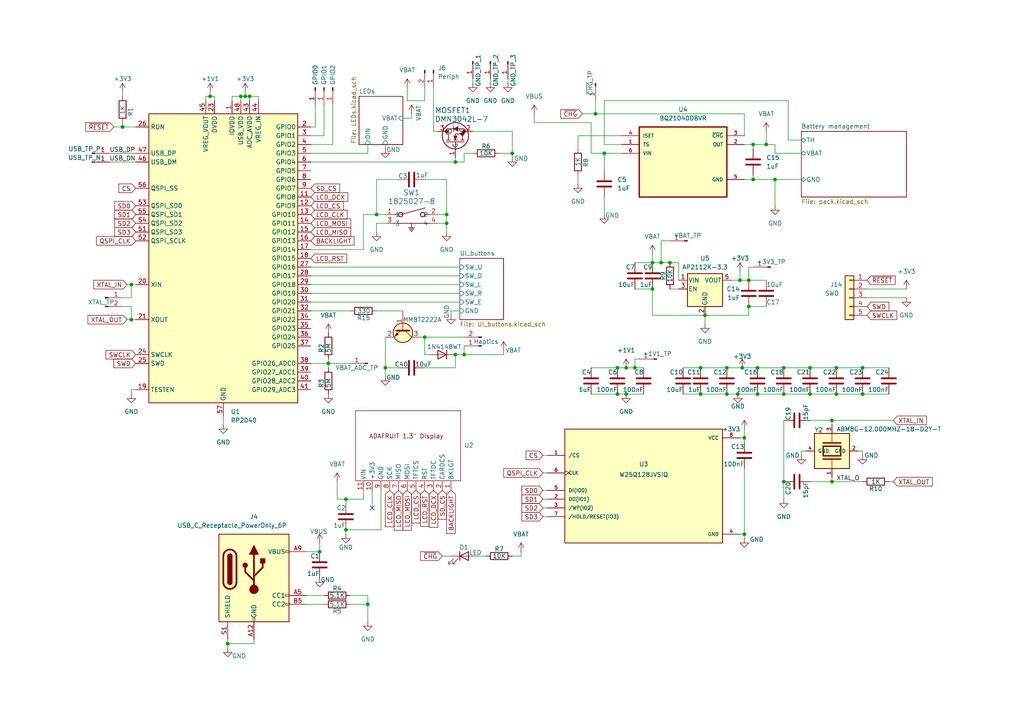
<source format=kicad_sch>
(kicad_sch (version 20250114) (generator "eeschema") (generator_version "9.0")
  (paper "A4")
  (junction (at 204.47 91.44))
  (junction (at 218.44 52.07))
  (junction (at 38.1 92.71))
  (junction (at 123.19 97.79))
  (junction (at 72.39 27.94))
  (junction (at 227.33 106.68))
  (junction (at 179.07 114.3))
  (junction (at 181.61 106.68))
  (junction (at 227.33 139.7))
  (junction (at 215.9 127))
  (junction (at 100.33 144.78))
  (junction (at 250.19 106.68))
  (junction (at 132.08 102.87))
  (junction (at 92.71 160.02))
  (junction (at 217.17 88.9))
  (junction (at 69.85 27.94))
  (junction (at 213.995 114.3))
  (junction (at 222.25 41.91))
  (junction (at 234.95 106.68))
  (junction (at 100.33 153.67))
  (junction (at 111.76 106.68))
  (junction (at 191.77 76.2))
  (junction (at 215.265 106.68))
  (junction (at 172.72 33.02))
  (junction (at 134.62 102.87))
  (junction (at 210.82 106.68))
  (junction (at 241.3 121.92))
  (junction (at 241.3 139.7))
  (junction (at 95.25 105.41))
  (junction (at 219.71 106.68))
  (junction (at 218.44 41.91))
  (junction (at 129.54 64.77))
  (junction (at 175.26 44.45))
  (junction (at 194.31 76.2))
  (junction (at 189.23 76.2))
  (junction (at 210.82 114.3))
  (junction (at 66.04 186.69))
  (junction (at 242.57 114.3))
  (junction (at 184.15 106.68))
  (junction (at 242.57 106.68))
  (junction (at 132.08 46.99))
  (junction (at 181.61 114.3))
  (junction (at 60.96 27.94))
  (junction (at 219.71 114.3))
  (junction (at 234.95 114.3))
  (junction (at 203.2 114.3))
  (junction (at 148.59 44.45))
  (junction (at 250.19 114.3))
  (junction (at 106.68 175.26))
  (junction (at 71.12 27.94))
  (junction (at 224.79 52.07))
  (junction (at 189.23 83.82))
  (junction (at 214.63 81.28))
  (junction (at 129.54 62.23))
  (junction (at 38.1 82.55))
  (junction (at 217.17 81.28))
  (junction (at 203.2 106.68))
  (junction (at 179.07 106.68))
  (junction (at 35.56 36.83))
  (junction (at 109.22 62.23))
  (junction (at 227.33 114.3))
  (junction (at 215.9 154.94))
  (no_connect (at 107.95 147.32))
  (wire (pts (xy 115.57 106.68) (xy 111.76 106.68)))
  (wire (pts (xy 123.19 52.07) (xy 129.54 52.07)))
  (wire (pts (xy 154.94 35.56) (xy 171.45 35.56)))
  (wire (pts (xy 210.82 106.68) (xy 215.265 106.68)))
  (wire (pts (xy 93.98 39.37) (xy 93.98 30.48)))
  (wire (pts (xy 181.61 114.3) (xy 186.69 114.3)))
  (wire (pts (xy 157.48 137.16) (xy 158.75 137.16)))
  (wire (pts (xy 91.44 36.83) (xy 90.17 36.83)))
  (wire (pts (xy 59.69 27.94) (xy 60.96 27.94)))
  (wire (pts (xy 234.95 139.7) (xy 241.3 139.7)))
  (wire (pts (xy 215.9 39.37) (xy 215.9 33.02)))
  (wire (pts (xy 91.44 30.48) (xy 91.44 36.83)))
  (wire (pts (xy 171.45 114.3) (xy 179.07 114.3)))
  (wire (pts (xy 64.77 120.65) (xy 64.77 123.19)))
  (wire (pts (xy 219.71 106.68) (xy 227.33 106.68)))
  (wire (pts (xy 242.57 114.3) (xy 250.19 114.3)))
  (wire (pts (xy 189.23 76.2) (xy 191.77 76.2)))
  (wire (pts (xy 109.22 62.23) (xy 111.76 62.23)))
  (wire (pts (xy 250.19 106.68) (xy 257.81 106.68)))
  (wire (pts (xy 35.56 26.67) (xy 35.56 27.94)))
  (wire (pts (xy 191.77 69.85) (xy 191.77 76.2)))
  (wire (pts (xy 38.1 88.9) (xy 38.1 92.71)))
  (wire (pts (xy 123.19 102.87) (xy 124.46 102.87)))
  (wire (pts (xy 67.31 29.21) (xy 67.31 27.94)))
  (wire (pts (xy 151.13 160.02) (xy 151.13 161.29)))
  (wire (pts (xy 129.54 62.23) (xy 129.54 64.77)))
  (wire (pts (xy 69.85 27.94) (xy 69.85 29.21)))
  (wire (pts (xy 227.33 114.3) (xy 234.95 114.3)))
  (wire (pts (xy 241.3 139.7) (xy 250.19 139.7)))
  (wire (pts (xy 90.17 39.37) (xy 93.98 39.37)))
  (wire (pts (xy 90.17 72.39) (xy 105.41 72.39)))
  (wire (pts (xy 175.26 57.15) (xy 175.26 62.23)))
  (wire (pts (xy 175.26 29.21) (xy 175.26 41.91)))
  (wire (pts (xy 219.71 114.3) (xy 227.33 114.3)))
  (wire (pts (xy 38.1 86.36) (xy 35.56 86.36)))
  (wire (pts (xy 97.79 144.78) (xy 97.79 139.7)))
  (wire (pts (xy 100.33 144.78) (xy 105.41 144.78)))
  (wire (pts (xy 132.08 46.99) (xy 134.62 46.99)))
  (wire (pts (xy 218.44 50.8) (xy 218.44 52.07)))
  (wire (pts (xy 142.24 22.86) (xy 142.24 24.13)))
  (wire (pts (xy 241.3 121.92) (xy 259.08 121.92)))
  (wire (pts (xy 167.64 39.37) (xy 180.34 39.37)))
  (wire (pts (xy 215.9 135.89) (xy 215.9 154.94)))
  (wire (pts (xy 184.15 76.2) (xy 189.23 76.2)))
  (wire (pts (xy 144.78 44.45) (xy 148.59 44.45)))
  (wire (pts (xy 227.33 106.68) (xy 234.95 106.68)))
  (wire (pts (xy 130.81 90.17) (xy 133.35 90.17)))
  (wire (pts (xy 214.63 81.28) (xy 214.63 78.74)))
  (wire (pts (xy 111.76 106.68) (xy 111.76 109.22)))
  (wire (pts (xy 157.48 144.78) (xy 158.75 144.78)))
  (wire (pts (xy 137.16 38.1) (xy 148.59 38.1)))
  (wire (pts (xy 172.72 33.02) (xy 215.9 33.02)))
  (wire (pts (xy 36.83 82.55) (xy 38.1 82.55)))
  (wire (pts (xy 185.42 104.14) (xy 184.15 104.14)))
  (wire (pts (xy 111.76 41.91) (xy 111.76 43.18)))
  (wire (pts (xy 88.9 172.72) (xy 93.98 172.72)))
  (wire (pts (xy 90.17 87.63) (xy 133.35 87.63)))
  (wire (pts (xy 168.91 33.02) (xy 172.72 33.02)))
  (wire (pts (xy 127 62.23) (xy 129.54 62.23)))
  (wire (pts (xy 100.33 144.78) (xy 100.33 146.05)))
  (wire (pts (xy 228.6 29.21) (xy 175.26 29.21)))
  (wire (pts (xy 72.39 27.94) (xy 71.12 27.94)))
  (wire (pts (xy 184.15 83.82) (xy 189.23 83.82)))
  (wire (pts (xy 218.44 41.91) (xy 218.44 43.18)))
  (wire (pts (xy 106.68 175.26) (xy 106.68 180.34)))
  (wire (pts (xy 175.26 44.45) (xy 171.45 44.45)))
  (wire (pts (xy 157.48 147.32) (xy 158.75 147.32)))
  (wire (pts (xy 60.96 27.94) (xy 62.23 27.94)))
  (wire (pts (xy 100.33 153.67) (xy 100.33 154.94)))
  (wire (pts (xy 116.84 34.29) (xy 119.38 34.29)))
  (wire (pts (xy 218.44 41.91) (xy 222.25 41.91)))
  (wire (pts (xy 189.23 83.82) (xy 189.23 91.44)))
  (wire (pts (xy 138.43 161.29) (xy 140.97 161.29)))
  (wire (pts (xy 203.2 106.68) (xy 210.82 106.68)))
  (wire (pts (xy 146.05 101.6) (xy 146.05 102.87)))
  (wire (pts (xy 217.17 88.9) (xy 222.25 88.9)))
  (wire (pts (xy 132.08 102.87) (xy 132.08 106.68)))
  (wire (pts (xy 97.79 144.78) (xy 100.33 144.78)))
  (wire (pts (xy 215.9 154.94) (xy 215.9 156.21)))
  (wire (pts (xy 88.9 160.02) (xy 92.71 160.02)))
  (wire (pts (xy 224.79 44.45) (xy 232.41 44.45)))
  (wire (pts (xy 203.2 114.3) (xy 210.82 114.3)))
  (wire (pts (xy 134.62 100.33) (xy 134.62 102.87)))
  (wire (pts (xy 123.19 25.4) (xy 123.19 29.21)))
  (wire (pts (xy 125.73 25.4) (xy 125.73 38.1)))
  (wire (pts (xy 234.95 106.68) (xy 242.57 106.68)))
  (wire (pts (xy 257.81 139.7) (xy 259.08 139.7)))
  (wire (pts (xy 111.76 64.77) (xy 109.22 64.77)))
  (wire (pts (xy 95.25 105.41) (xy 101.6 105.41)))
  (wire (pts (xy 198.12 114.3) (xy 203.2 114.3)))
  (wire (pts (xy 228.6 40.64) (xy 228.6 29.21)))
  (wire (pts (xy 204.47 91.44) (xy 204.47 93.98)))
  (wire (pts (xy 217.17 77.47) (xy 217.17 81.28)))
  (wire (pts (xy 125.73 38.1) (xy 127 38.1)))
  (wire (pts (xy 123.19 106.68) (xy 132.08 106.68)))
  (wire (pts (xy 234.95 121.92) (xy 241.3 121.92)))
  (wire (pts (xy 123.19 29.21) (xy 118.11 29.21)))
  (wire (pts (xy 35.56 36.83) (xy 39.37 36.83)))
  (wire (pts (xy 31.75 44.45) (xy 39.37 44.45)))
  (wire (pts (xy 105.41 142.24) (xy 105.41 144.78)))
  (wire (pts (xy 241.3 121.92) (xy 241.3 123.19)))
  (wire (pts (xy 148.59 44.45) (xy 148.59 45.72)))
  (wire (pts (xy 167.64 39.37) (xy 167.64 43.18)))
  (wire (pts (xy 194.31 69.85) (xy 191.77 69.85)))
  (wire (pts (xy 123.19 97.79) (xy 121.92 97.79)))
  (wire (pts (xy 130.81 90.17) (xy 130.81 91.44)))
  (wire (pts (xy 175.26 44.45) (xy 175.26 49.53)))
  (wire (pts (xy 134.62 44.45) (xy 137.16 44.45)))
  (wire (pts (xy 73.66 185.42) (xy 73.66 186.69)))
  (wire (pts (xy 95.25 105.41) (xy 95.25 106.68)))
  (wire (pts (xy 189.23 73.66) (xy 189.23 76.2)))
  (wire (pts (xy 167.64 50.8) (xy 167.64 53.34)))
  (wire (pts (xy 36.83 92.71) (xy 38.1 92.71)))
  (wire (pts (xy 38.1 82.55) (xy 38.1 86.36)))
  (wire (pts (xy 38.1 92.71) (xy 39.37 92.71)))
  (wire (pts (xy 184.15 104.14) (xy 184.15 106.68)))
  (wire (pts (xy 214.63 81.28) (xy 217.17 81.28)))
  (wire (pts (xy 90.17 41.91) (xy 96.52 41.91)))
  (wire (pts (xy 118.11 29.21) (xy 118.11 25.4)))
  (wire (pts (xy 189.23 91.44) (xy 204.47 91.44)))
  (wire (pts (xy 262.89 86.36) (xy 251.46 86.36)))
  (wire (pts (xy 35.56 35.56) (xy 35.56 36.83)))
  (wire (pts (xy 172.72 29.21) (xy 172.72 33.02)))
  (wire (pts (xy 184.15 106.68) (xy 186.69 106.68)))
  (wire (pts (xy 180.34 44.45) (xy 175.26 44.45)))
  (wire (pts (xy 196.85 76.2) (xy 194.31 76.2)))
  (wire (pts (xy 217.17 88.9) (xy 217.17 91.44)))
  (wire (pts (xy 110.49 142.24) (xy 110.49 153.67)))
  (wire (pts (xy 129.54 64.77) (xy 129.54 67.31)))
  (wire (pts (xy 106.68 172.72) (xy 106.68 175.26)))
  (wire (pts (xy 218.44 52.07) (xy 224.79 52.07)))
  (wire (pts (xy 227.33 139.7) (xy 227.33 144.78)))
  (wire (pts (xy 222.25 38.1) (xy 222.25 41.91)))
  (wire (pts (xy 215.9 127) (xy 215.9 128.27)))
  (wire (pts (xy 123.19 97.79) (xy 123.19 102.87)))
  (wire (pts (xy 71.12 27.94) (xy 71.12 26.67)))
  (wire (pts (xy 154.94 35.56) (xy 154.94 33.02)))
  (wire (pts (xy 90.17 46.99) (xy 132.08 46.99)))
  (wire (pts (xy 106.68 44.45) (xy 90.17 44.45)))
  (wire (pts (xy 251.46 83.82) (xy 262.89 83.82)))
  (wire (pts (xy 39.37 113.03) (xy 38.1 113.03)))
  (wire (pts (xy 109.22 62.23) (xy 105.41 62.23)))
  (wire (pts (xy 248.92 130.81) (xy 250.19 130.81)))
  (wire (pts (xy 196.85 81.28) (xy 196.85 76.2)))
  (wire (pts (xy 90.17 85.09) (xy 133.35 85.09)))
  (wire (pts (xy 95.25 104.14) (xy 95.25 105.41)))
  (wire (pts (xy 72.39 27.94) (xy 72.39 29.21)))
  (wire (pts (xy 111.76 97.79) (xy 111.76 106.68)))
  (wire (pts (xy 59.69 29.21) (xy 59.69 27.94)))
  (wire (pts (xy 109.22 90.17) (xy 116.84 90.17)))
  (wire (pts (xy 107.95 142.24) (xy 107.95 147.32)))
  (wire (pts (xy 212.09 81.28) (xy 214.63 81.28)))
  (wire (pts (xy 101.6 175.26) (xy 106.68 175.26)))
  (wire (pts (xy 250.19 114.3) (xy 257.81 114.3)))
  (wire (pts (xy 232.41 40.64) (xy 228.6 40.64)))
  (wire (pts (xy 110.49 153.67) (xy 100.33 153.67)))
  (wire (pts (xy 224.79 52.07) (xy 224.79 59.69)))
  (wire (pts (xy 234.95 114.3) (xy 242.57 114.3)))
  (wire (pts (xy 217.17 81.28) (xy 222.25 81.28)))
  (wire (pts (xy 179.07 106.68) (xy 181.61 106.68)))
  (wire (pts (xy 109.22 52.07) (xy 109.22 62.23)))
  (wire (pts (xy 210.82 114.3) (xy 213.995 114.3)))
  (wire (pts (xy 90.17 105.41) (xy 95.25 105.41)))
  (wire (pts (xy 101.6 172.72) (xy 106.68 172.72)))
  (wire (pts (xy 215.9 52.07) (xy 218.44 52.07)))
  (wire (pts (xy 233.68 130.81) (xy 232.41 130.81)))
  (wire (pts (xy 134.62 97.79) (xy 123.19 97.79)))
  (wire (pts (xy 115.57 52.07) (xy 109.22 52.07)))
  (wire (pts (xy 181.61 106.68) (xy 184.15 106.68)))
  (wire (pts (xy 242.57 106.68) (xy 250.19 106.68)))
  (wire (pts (xy 215.265 106.68) (xy 219.71 106.68)))
  (wire (pts (xy 66.04 185.42) (xy 66.04 186.69)))
  (wire (pts (xy 215.9 124.46) (xy 215.9 127)))
  (wire (pts (xy 194.31 83.82) (xy 196.85 83.82)))
  (wire (pts (xy 35.56 88.9) (xy 38.1 88.9)))
  (wire (pts (xy 217.17 91.44) (xy 204.47 91.44)))
  (wire (pts (xy 66.04 186.69) (xy 66.04 187.96)))
  (wire (pts (xy 90.17 82.55) (xy 133.35 82.55)))
  (wire (pts (xy 129.54 52.07) (xy 129.54 62.23)))
  (wire (pts (xy 148.59 38.1) (xy 148.59 44.45)))
  (wire (pts (xy 232.41 52.07) (xy 224.79 52.07)))
  (wire (pts (xy 137.16 22.86) (xy 137.16 24.13)))
  (wire (pts (xy 232.41 130.81) (xy 232.41 132.08)))
  (wire (pts (xy 171.45 106.68) (xy 179.07 106.68)))
  (wire (pts (xy 222.25 41.91) (xy 224.79 41.91)))
  (wire (pts (xy 90.17 80.01) (xy 133.35 80.01)))
  (wire (pts (xy 96.52 41.91) (xy 96.52 30.48)))
  (wire (pts (xy 215.9 41.91) (xy 218.44 41.91)))
  (wire (pts (xy 88.9 175.26) (xy 93.98 175.26)))
  (wire (pts (xy 134.62 46.99) (xy 134.62 44.45)))
  (wire (pts (xy 146.05 102.87) (xy 134.62 102.87)))
  (wire (pts (xy 175.26 41.91) (xy 180.34 41.91)))
  (wire (pts (xy 213.995 114.3) (xy 219.71 114.3)))
  (wire (pts (xy 105.41 72.39) (xy 105.41 62.23)))
  (wire (pts (xy 74.93 27.94) (xy 72.39 27.94)))
  (wire (pts (xy 106.68 41.91) (xy 106.68 44.45)))
  (wire (pts (xy 33.02 36.83) (xy 35.56 36.83)))
  (wire (pts (xy 198.12 106.68) (xy 203.2 106.68)))
  (wire (pts (xy 250.19 130.81) (xy 250.19 132.08)))
  (wire (pts (xy 179.07 114.3) (xy 181.61 114.3)))
  (wire (pts (xy 31.75 46.99) (xy 39.37 46.99)))
  (wire (pts (xy 60.96 26.67) (xy 60.96 27.94)))
  (wire (pts (xy 38.1 113.03) (xy 38.1 114.3)))
  (wire (pts (xy 147.32 22.86) (xy 147.32 24.13)))
  (wire (pts (xy 119.38 34.29) (xy 119.38 33.02)))
  (wire (pts (xy 157.48 149.86) (xy 158.75 149.86)))
  (wire (pts (xy 127 64.77) (xy 129.54 64.77)))
  (wire (pts (xy 109.22 64.77) (xy 109.22 67.31)))
  (wire (pts (xy 92.71 160.02) (xy 92.71 157.48)))
  (wire (pts (xy 38.1 82.55) (xy 39.37 82.55)))
  (wire (pts (xy 191.77 76.2) (xy 194.31 76.2)))
  (wire (pts (xy 132.08 102.87) (xy 134.62 102.87)))
  (wire (pts (xy 241.3 138.43) (xy 241.3 139.7)))
  (wire (pts (xy 224.79 41.91) (xy 224.79 44.45)))
  (wire (pts (xy 69.85 27.94) (xy 71.12 27.94)))
  (wire (pts (xy 171.45 44.45) (xy 171.45 35.56)))
  (wire (pts (xy 157.48 142.24) (xy 158.75 142.24)))
  (wire (pts (xy 157.48 132.08) (xy 158.75 132.08)))
  (wire (pts (xy 218.44 77.47) (xy 217.17 77.47)))
  (wire (pts (xy 90.17 90.17) (xy 101.6 90.17)))
  (wire (pts (xy 130.81 161.29) (xy 128.27 161.29)))
  (wire (pts (xy 215.9 127) (xy 214.63 127)))
  (wire (pts (xy 73.66 186.69) (xy 66.04 186.69)))
  (wire (pts (xy 67.31 27.94) (xy 69.85 27.94)))
  (wire (pts (xy 74.93 29.21) (xy 74.93 27.94)))
  (wire (pts (xy 214.63 154.94) (xy 215.9 154.94)))
  (wire (pts (xy 90.17 77.47) (xy 133.35 77.47)))
  (wire (pts (xy 227.33 121.92) (xy 227.33 139.7)))
  (wire (pts (xy 62.23 27.94) (xy 62.23 29.21)))
  (wire (pts (xy 151.13 161.29) (xy 148.59 161.29)))
  (wire (pts (xy 132.08 46.99) (xy 132.08 45.72)))
  (label "USB_DN" (at 31.75 46.99 0))
  (label "XTAL_O" (at 242.57 139.7 0))
  (label "USB_DP" (at 31.75 44.45 0))
  (global_label "LCD_CS" (shape input) (at 120.65 142.24 270) (property "Intersheetrefs" "${INTERSHEET_REFS}" (effects (hide yes))))
  (global_label "LCD_DCX" (shape input) (at 90.17 57.15 0) (property "Intersheetrefs" "${INTERSHEET_REFS}" (effects (hide yes))))
  (global_label "XTAL_IN" (shape input) (at 36.83 82.55 180) (property "Intersheetrefs" "${INTERSHEET_REFS}" (effects (hide yes))))
  (global_label "QSPI_CLK" (shape input) (at 157.48 137.16 180) (property "Intersheetrefs" "${INTERSHEET_REFS}" (effects (hide yes))))
  (global_label "SD0" (shape input) (at 39.37 59.69 180) (property "Intersheetrefs" "${INTERSHEET_REFS}" (effects (hide yes))))
  (global_label "SWD" (shape input) (at 39.37 105.41 180) (property "Intersheetrefs" "${INTERSHEET_REFS}" (effects (hide yes))))
  (global_label "LCD_RST" (shape input) (at 90.17 74.93 0) (property "Intersheetrefs" "${INTERSHEET_REFS}" (effects (hide yes))))
  (global_label "QSPI_CLK" (shape input) (at 39.37 69.85 180) (property "Intersheetrefs" "${INTERSHEET_REFS}" (effects (hide yes))))
  (global_label "SD1" (shape input) (at 157.48 144.78 180) (property "Intersheetrefs" "${INTERSHEET_REFS}" (effects (hide yes))))
  (global_label "XTAL_OUT" (shape input) (at 259.08 139.7 0) (property "Intersheetrefs" "${INTERSHEET_REFS}" (effects (hide yes))))
  (global_label "BACKLIGHT" (shape input) (at 130.81 142.24 270) (property "Intersheetrefs" "${INTERSHEET_REFS}" (effects (hide yes))))
  (global_label "BACKLIGHT" (shape input) (at 90.17 69.85 0) (property "Intersheetrefs" "${INTERSHEET_REFS}" (effects (hide yes))))
  (global_label "SWCLK" (shape input) (at 39.37 102.87 180) (property "Intersheetrefs" "${INTERSHEET_REFS}" (effects (hide yes))))
  (global_label "LCD_MISO" (shape input) (at 115.57 142.24 270) (property "Intersheetrefs" "${INTERSHEET_REFS}" (effects (hide yes))))
  (global_label "~{RESET}" (shape input) (at 251.46 81.28 0) (property "Intersheetrefs" "${INTERSHEET_REFS}" (effects (hide yes))))
  (global_label "SD3" (shape input) (at 39.37 67.31 180) (property "Intersheetrefs" "${INTERSHEET_REFS}" (effects (hide yes))))
  (global_label "SD2" (shape input) (at 157.48 147.32 180) (property "Intersheetrefs" "${INTERSHEET_REFS}" (effects (hide yes))))
  (global_label "LCD_CLK" (shape input) (at 113.03 142.24 270) (property "Intersheetrefs" "${INTERSHEET_REFS}" (effects (hide yes))))
  (global_label "LCD_MOSI" (shape input) (at 90.17 64.77 0) (property "Intersheetrefs" "${INTERSHEET_REFS}" (effects (hide yes))))
  (global_label "SD1" (shape input) (at 39.37 62.23 180) (property "Intersheetrefs" "${INTERSHEET_REFS}" (effects (hide yes))))
  (global_label "CS" (shape input) (at 157.48 132.08 180) (property "Intersheetrefs" "${INTERSHEET_REFS}" (effects (hide yes))))
  (global_label "SD0" (shape input) (at 157.48 142.24 180) (property "Intersheetrefs" "${INTERSHEET_REFS}" (effects (hide yes))))
  (global_label "SWCLK" (shape input) (at 251.46 91.44 0) (property "Intersheetrefs" "${INTERSHEET_REFS}" (effects (hide yes))))
  (global_label "XTAL_OUT" (shape input) (at 36.83 92.71 180) (property "Intersheetrefs" "${INTERSHEET_REFS}" (effects (hide yes))))
  (global_label "LCD_CS" (shape input) (at 90.17 59.69 0) (property "Intersheetrefs" "${INTERSHEET_REFS}" (effects (hide yes))))
  (global_label "SD_CS" (shape input) (at 90.17 54.61 0) (property "Intersheetrefs" "${INTERSHEET_REFS}" (effects (hide yes))))
  (global_label "LCD_MOSI" (shape input) (at 118.11 142.24 270) (property "Intersheetrefs" "${INTERSHEET_REFS}" (effects (hide yes))))
  (global_label "~{CHG}" (shape input) (at 128.27 161.29 180) (property "Intersheetrefs" "${INTERSHEET_REFS}" (effects (hide yes))))
  (global_label "LCD_MISO" (shape input) (at 90.17 67.31 0) (property "Intersheetrefs" "${INTERSHEET_REFS}" (effects (hide yes))))
  (global_label "~{RESET}" (shape input) (at 33.02 36.83 180) (property "Intersheetrefs" "${INTERSHEET_REFS}" (effects (hide yes))))
  (global_label "SWD" (shape input) (at 251.46 88.9 0) (property "Intersheetrefs" "${INTERSHEET_REFS}" (effects (hide yes))))
  (global_label "XTAL_IN" (shape input) (at 259.08 121.92 0) (property "Intersheetrefs" "${INTERSHEET_REFS}" (effects (hide yes))))
  (global_label "LCD_DCX" (shape input) (at 125.73 142.24 270) (property "Intersheetrefs" "${INTERSHEET_REFS}" (effects (hide yes))))
  (global_label "LCD_RST" (shape input) (at 123.19 142.24 270) (property "Intersheetrefs" "${INTERSHEET_REFS}" (effects (hide yes))))
  (global_label "CS" (shape input) (at 39.37 54.61 180) (property "Intersheetrefs" "${INTERSHEET_REFS}" (effects (hide yes))))
  (global_label "SD2" (shape input) (at 39.37 64.77 180) (property "Intersheetrefs" "${INTERSHEET_REFS}" (effects (hide yes))))
  (global_label "LCD_CLK" (shape input) (at 90.17 62.23 0) (property "Intersheetrefs" "${INTERSHEET_REFS}" (effects (hide yes))))
  (global_label "SD_CS" (shape input) (at 128.27 142.24 270) (property "Intersheetrefs" "${INTERSHEET_REFS}" (effects (hide yes))))
  (global_label "SD3" (shape input) (at 157.48 149.86 180) (property "Intersheetrefs" "${INTERSHEET_REFS}" (effects (hide yes))))
  (global_label "~{CHG}" (shape input) (at 168.91 33.02 180) (property "Intersheetrefs" "${INTERSHEET_REFS}" (effects (hide yes))))
  (symbol (lib_id "Device:C") (at 231.14 121.92 90) (unit 1)
    (property "Reference" "C19" (at 228.5999 121.92 0) (effects (justify left)))
    (property "Value" "15pF" (at 233.6799 121.92 0) (effects (justify left)))
    (property "Footprint" "Capacitor_SMD:C_0603_1608Metric" (effects (hide yes)))
    (property "Description" "Unpolarized capacitor" (effects (hide yes)))
  )
  (symbol (lib_id "Device:R") (at 97.79 172.72 90) (unit 1)
    (property "Reference" "R4" (at 97.79 170.688 90))
    (property "Value" "5.1K" (at 97.79 172.72 90))
    (property "Footprint" "Resistor_SMD:R_0603_1608Metric" (effects (hide yes)))
    (property "Description" "Resistor" (effects (hide yes)))
  )
  (symbol (lib_id "power:GND") (at 250.19 132.08 0) (unit 1)
    (property "Reference" "#PWR041" (effects (hide yes)))
    (property "Value" "GND" (at 252.73 132.08 0))
  )
  (symbol (lib_id "Regulator_Linear:AP2112K-3.3") (at 204.47 83.82 0) (unit 1)
    (property "Reference" "U5" (at 204.47 74.93 0))
    (property "Value" "AP2112K-3.3" (at 204.47 77.47 0))
    (property "Footprint" "Package_TO_SOT_SMD:SOT-23-5" (effects (hide yes)))
    (property "Datasheet" "https://www.diodes.com/assets/Datasheets/AP2112.pdf" (effects (hide yes)))
    (property "Description" "600mA low dropout linear regulator, with enable pin, 3.8V-6V input voltage range, 3.3V fixed positive output, SOT-23-5" (effects (hide yes)))
  )
  (symbol (lib_id "Connector:Conn_01x01_Pin") (at 190.5 104.14 180) (unit 1)
    (property "Reference" "J11" (effects (hide yes)))
    (property "Value" "+1V1_TP" (at 190.627 102.616 0))
    (property "Footprint" "Connector_PinHeader_2.54mm:PinHeader_1x01_P2.54mm_Vertical" (effects (hide yes)))
    (property "Description" "Generic connector, single row, 01x01, script generated" (effects (hide yes)))
  )
  (symbol (lib_id "Device:C") (at 179.07 110.49 0) (mirror y) (unit 1)
    (property "Reference" "C6" (at 179.07 107.9499 0) (effects (justify left)))
    (property "Value" "100nF" (at 179.07 113.0299 0) (effects (justify left)))
    (property "Footprint" "Capacitor_SMD:C_0603_1608Metric" (effects (hide yes)))
    (property "Description" "Unpolarized capacitor" (effects (hide yes)))
  )
  (symbol (lib_id "Device:R") (at 97.79 175.26 90) (mirror x) (unit 1)
    (property "Reference" "R5" (at 97.79 177.292 90))
    (property "Value" "5.1K" (at 97.79 175.26 90))
    (property "Footprint" "Resistor_SMD:R_0603_1608Metric" (effects (hide yes)))
    (property "Description" "Resistor" (effects (hide yes)))
  )
  (symbol (lib_id "pfornage-kicad-lib:W25Q128JVSIQ") (at 186.69 139.7 0) (unit 1)
    (property "Reference" "U3" (at 186.69 134.62 0))
    (property "Value" "W25Q128JVSIQ" (at 186.69 137.668 0))
    (property "Footprint" "pfornage-kicad-lib:SOIC127P790X216-8N" (effects (hide yes)))
    (property "PARTREV" "I" (effects (hide yes)))
    (property "STANDARD" "IPC-7351B" (effects (hide yes)))
    (property "MAXIMUM_PACKAGE_HEIGHT" "2.16 mm" (effects (hide yes)))
    (property "MANUFACTURER" "Winbond Electronics" (effects (hide yes)))
  )
  (symbol (lib_id "Device:R") (at 35.56 31.75 0) (unit 1)
    (property "Reference" "R1" (at 37.846 33.7819 90) (effects (justify left)))
    (property "Value" "1K" (at 35.56 33.2739 90) (effects (justify left)))
    (property "Footprint" "Resistor_SMD:R_0603_1608Metric" (effects (hide yes)))
    (property "Description" "Resistor" (effects (hide yes)))
  )
  (symbol (lib_id "power:VBUS") (at 222.25 38.1 0) (unit 1)
    (property "Reference" "#PWR037" (effects (hide yes)))
    (property "Value" "VBAT" (at 222.25 33.02 0))
    (property "Description" "Power symbol creates a global label with name \"VBUS\"" (effects (hide yes)))
  )
  (symbol (lib_id "power:VBUS") (at 118.11 25.4 0) (unit 1)
    (property "Reference" "#PWR017" (effects (hide yes)))
    (property "Value" "VBAT" (at 118.11 20.32 0))
    (property "Description" "Power symbol creates a global label with name \"VBUS\"" (effects (hide yes)))
  )
  (symbol (lib_id "Device:R") (at 254 139.7 270) (unit 1)
    (property "Reference" "R10" (at 254 141.732 90))
    (property "Value" "1K" (at 254 139.7 90))
    (property "Footprint" "Resistor_SMD:R_0603_1608Metric" (effects (hide yes)))
    (property "Description" "Resistor" (effects (hide yes)))
  )
  (symbol (lib_name "+3V3_4") (lib_id "power:+3V3") (at 214.63 78.74 0) (unit 1)
    (property "Reference" "#PWR033" (effects (hide yes)))
    (property "Value" "+3V3" (at 214.63 74.93 0))
  )
  (symbol (lib_id "Device:C") (at 100.33 149.86 0) (mirror y) (unit 1)
    (property "Reference" "C2" (at 100.33 147.3199 0) (effects (justify left)))
    (property "Value" "1uF" (at 100.33 152.3999 0) (effects (justify left)))
    (property "Footprint" "Capacitor_SMD:C_0603_1608Metric" (effects (hide yes)))
    (property "Description" "Unpolarized capacitor" (effects (hide yes)))
  )
  (symbol (lib_id "Device:LED") (at 134.62 161.29 0) (unit 1)
    (property "Reference" "D1" (at 134.5565 158.75 0))
    (property "Value" "LED" (at 137.8585 160.274 0))
    (property "Footprint" "LED_SMD:LED_0603_1608Metric" (effects (hide yes)))
    (property "Description" "Light emitting diode" (effects (hide yes)))
    (property "Sim.Pins" "1=K 2=A" (effects (hide yes)))
  )
  (symbol (lib_id "power:GND") (at 92.71 167.64 0) (unit 1)
    (property "Reference" "#PWR08" (effects (hide yes)))
    (property "Value" "GND" (at 94.996 168.148 0))
    (property "Description" "Power symbol creates a global label with name \"GND\" , ground" (effects (hide yes)))
  )
  (symbol (lib_id "power:GND") (at 213.995 114.3 0) (unit 1)
    (property "Reference" "#PWR032" (effects (hide yes)))
    (property "Value" "GND" (at 213.995 117.856 0))
  )
  (symbol (lib_id "Connector:Conn_01x01_Pin") (at 172.72 24.13 270) (unit 1)
    (property "Reference" "J10" (effects (hide yes)))
    (property "Value" "~{CHG}_TP" (at 171.196 24.003 0))
    (property "Footprint" "Connector_PinHeader_2.54mm:PinHeader_1x01_P2.54mm_Vertical" (effects (hide yes)))
    (property "Description" "Generic connector, single row, 01x01, script generated" (effects (hide yes)))
  )
  (symbol (lib_name "+1V1_1") (lib_id "power:+1V1") (at 60.96 26.67 0) (unit 1)
    (property "Reference" "#PWR03" (effects (hide yes)))
    (property "Value" "+1V1" (at 60.96 22.86 0))
  )
  (symbol (lib_id "Device:C") (at 217.17 85.09 0) (mirror y) (unit 1)
    (property "Reference" "C14" (at 214.63 83.8199 0) (effects (justify left)))
    (property "Value" "1uF" (at 214.63 86.3599 0) (effects (justify left)))
    (property "Footprint" "Capacitor_SMD:C_0603_1608Metric" (effects (hide yes)))
    (property "Description" "Unpolarized capacitor" (effects (hide yes)))
  )
  (symbol (lib_name "+3V3_2") (lib_id "power:+3V3") (at 262.89 83.82 0) (unit 1)
    (property "Reference" "#PWR042" (effects (hide yes)))
    (property "Value" "+3V3" (at 262.89 78.74 0))
  )
  (symbol (lib_id "power:VBUS") (at 119.38 33.02 0) (unit 1)
    (property "Reference" "#PWR014" (effects (hide yes)))
    (property "Value" "VBAT" (at 121.412 32.766 90))
    (property "Description" "Power symbol creates a global label with name \"VBUS\"" (effects (hide yes)))
  )
  (symbol (lib_id "Device:C") (at 175.26 53.34 0) (unit 1)
    (property "Reference" "C5" (at 179.07 52.0699 0) (effects (justify left)))
    (property "Value" "1uF" (at 179.07 54.6099 0) (effects (justify left)))
    (property "Footprint" "Capacitor_SMD:C_0603_1608Metric" (effects (hide yes)))
    (property "Description" "Unpolarized capacitor" (effects (hide yes)))
  )
  (symbol (lib_id "pfornage-kicad-lib:ABM8G-12.000MHZ-18-D2Y-T") (at 241.3 130.81 90) (unit 1)
    (property "Reference" "Y2" (at 237.49 124.714 90))
    (property "Value" "ABM8G-12.000MHZ-18-D2Y-T" (at 257.81 124.46 90))
    (property "Footprint" "pfornage-kicad-lib:XTAL_ABM8G-12.000MHZ-18-D2Y-T" (effects (hide yes)))
    (property "PARTREV" "08.13.15" (effects (hide yes)))
    (property "STANDARD" "Manufacturer Recommendations" (effects (hide yes)))
    (property "MAXIMUM_PACKAGE_HEIGHT" "1.0 mm" (effects (hide yes)))
    (property "MANUFACTURER" "Abracon" (effects (hide yes)))
  )
  (symbol (lib_id "power:GND") (at 64.77 123.19 0) (unit 1)
    (property "Reference" "#PWR04" (effects (hide yes)))
    (property "Value" "GND" (at 64.77 128.27 0))
  )
  (symbol (lib_id "MCU_RaspberryPi:RP2040") (at 64.77 74.93 0) (unit 1)
    (property "Reference" "U1" (at 66.9133 119.38 0) (effects (justify left)))
    (property "Value" "RP2040" (at 66.9133 121.92 0) (effects (justify left)))
    (property "Footprint" "Package_DFN_QFN:QFN-56-1EP_7x7mm_P0.4mm_EP3.2x3.2mm" (effects (hide yes)))
    (property "Datasheet" "https://datasheets.raspberrypi.com/rp2040/rp2040-datasheet.pdf" (effects (hide yes)))
    (property "Description" "A microcontroller by Raspberry Pi" (effects (hide yes)))
  )
  (symbol (lib_id "power:GND") (at 224.79 59.69 0) (unit 1)
    (property "Reference" "#PWR038" (effects (hide yes)))
    (property "Value" "GND" (at 224.79 64.77 0))
    (property "Description" "Power symbol creates a global label with name \"GND\" , ground" (effects (hide yes)))
  )
  (symbol (lib_id "power:VBUS") (at 97.79 139.7 0) (unit 1)
    (property "Reference" "#PWR011" (effects (hide yes)))
    (property "Value" "VBAT" (at 97.79 134.62 0))
    (property "Description" "Power symbol creates a global label with name \"VBUS\"" (effects (hide yes)))
  )
  (symbol (lib_id "Device:C") (at 215.9 132.08 0) (mirror y) (unit 1)
    (property "Reference" "C13" (at 215.9 129.5399 0) (effects (justify left)))
    (property "Value" "100nF" (at 215.9 134.6199 0) (effects (justify left)))
    (property "Footprint" "Capacitor_SMD:C_0603_1608Metric" (effects (hide yes)))
    (property "Description" "Unpolarized capacitor" (effects (hide yes)))
  )
  (symbol (lib_id "power:GND") (at 109.22 67.31 0) (unit 1)
    (property "Reference" "#PWR016" (effects (hide yes)))
    (property "Value" "GND" (at 109.22 72.39 0))
  )
  (symbol (lib_id "Device:C") (at 219.71 110.49 0) (mirror y) (unit 1)
    (property "Reference" "C16" (at 219.71 107.9499 0) (effects (justify left)))
    (property "Value" "100nF" (at 219.71 113.0299 0) (effects (justify left)))
    (property "Footprint" "Capacitor_SMD:C_0603_1608Metric" (effects (hide yes)))
    (property "Description" "Unpolarized capacitor" (effects (hide yes)))
  )
  (symbol (lib_id "Device:C") (at 218.44 46.99 0) (unit 1)
    (property "Reference" "C15" (at 222.25 45.7199 0) (effects (justify left)))
    (property "Value" "1uF" (at 222.25 48.2599 0) (effects (justify left)))
    (property "Footprint" "Capacitor_SMD:C_0603_1608Metric" (effects (hide yes)))
    (property "Description" "Unpolarized capacitor" (effects (hide yes)))
  )
  (symbol (lib_id "power:GND") (at 232.41 132.08 0) (unit 1)
    (property "Reference" "#PWR040" (effects (hide yes)))
    (property "Value" "GND" (at 229.87 132.08 0))
  )
  (symbol (lib_id "power:+3V3") (at 215.265 106.68 0) (unit 1)
    (property "Reference" "#PWR034" (effects (hide yes)))
    (property "Value" "+3V3" (at 215.265 103.378 0))
  )
  (symbol (lib_id "Connector_Generic:Conn_01x05") (at 246.38 86.36 0) (mirror y) (unit 1) (in_bom no)
    (property "Reference" "J14" (at 242.57 82.55 0))
    (property "Value" "SWD" (at 241.3 85.09 0))
    (property "Footprint" "Connector_PinSocket_2.54mm:PinSocket_1x05_P2.54mm_Vertical" (effects (hide yes)))
  )
  (symbol (lib_id "power:GND") (at 227.33 144.78 0) (unit 1)
    (property "Reference" "#PWR039" (effects (hide yes)))
    (property "Value" "GND" (at 227.33 149.86 0))
  )
  (symbol (lib_id "pfornage-kicad-lib:BQ21040DBVR") (at 198.12 46.99 0) (unit 1)
    (property "Reference" "U4" (at 198.12 31.75 0))
    (property "Value" "BQ21040DBVR" (at 198.12 34.29 0))
    (property "Footprint" "pfornage-kicad-lib:SOT95P280X145-6N" (effects (hide yes)))
  )
  (symbol (lib_id "power:GND") (at 100.33 154.94 0) (unit 1)
    (property "Reference" "#PWR013" (effects (hide yes)))
    (property "Value" "GND" (at 100.33 158.75 0))
  )
  (symbol (lib_id "power:GND") (at 111.76 43.18 0) (unit 1)
    (property "Reference" "#PWR012" (effects (hide yes)))
    (property "Value" "GND" (at 114.046 43.434 0))
  )
  (symbol (lib_id "Device:C") (at 198.12 110.49 0) (mirror y) (unit 1)
    (property "Reference" "C10" (at 198.12 107.9499 0) (effects (justify left)))
    (property "Value" "10uF" (at 198.12 113.0299 0) (effects (justify left)))
    (property "Footprint" "Capacitor_SMD:C_0603_1608Metric" (effects (hide yes)))
    (property "Description" "Unpolarized capacitor" (effects (hide yes)))
  )
  (symbol (lib_id "Device:R") (at 167.64 46.99 0) (unit 1)
    (property "Reference" "R8" (at 169.926 48.5139 90) (effects (justify left)))
    (property "Value" "1K" (at 167.64 48.2599 90) (effects (justify left)))
    (property "Footprint" "Resistor_SMD:R_0603_1608Metric" (effects (hide yes)))
    (property "Description" "Resistor" (effects (hide yes)))
  )
  (symbol (lib_id "power:GND") (at 175.26 62.23 0) (unit 1)
    (property "Reference" "#PWR027" (effects (hide yes)))
    (property "Value" "GND" (at 177.546 62.484 0))
    (property "Description" "Power symbol creates a global label with name \"GND\" , ground" (effects (hide yes)))
  )
  (symbol (lib_id "Device:C") (at 231.14 139.7 90) (mirror x) (unit 1)
    (property "Reference" "C20" (at 228.5999 139.7 0) (effects (justify left)))
    (property "Value" "15pF" (at 233.6799 139.7 0) (effects (justify left)))
    (property "Footprint" "Capacitor_SMD:C_0603_1608Metric" (effects (hide yes)))
    (property "Description" "Unpolarized capacitor" (effects (hide yes)))
  )
  (symbol (lib_id "Device:C") (at 119.38 52.07 90) (unit 1)
    (property "Reference" "C3" (at 116.84 51.054 90))
    (property "Value" "1uF" (at 122.428 50.8 90))
    (property "Footprint" "Capacitor_SMD:C_0603_1608Metric" (effects (hide yes)))
    (property "Description" "Unpolarized capacitor" (effects (hide yes)))
  )
  (symbol (lib_id "power:GND") (at 148.59 45.72 0) (unit 1)
    (property "Reference" "#PWR023" (effects (hide yes)))
    (property "Value" "GND" (at 151.13 45.974 0))
  )
  (symbol (lib_id "Connector:Conn_01x01_Pin") (at 96.52 25.4 270) (unit 1)
    (property "Reference" "J21" (effects (hide yes)))
    (property "Value" "GPIO2" (at 96.52 21.717 0))
    (property "Footprint" "Connector_PinHeader_2.54mm:PinHeader_1x01_P2.54mm_Vertical" (effects (hide yes)))
    (property "Description" "Generic connector, single row, 01x01, script generated" (effects (hide yes)))
  )
  (symbol (lib_id "Device:C") (at 234.95 110.49 0) (mirror y) (unit 1)
    (property "Reference" "C21" (at 234.95 107.9499 0) (effects (justify left)))
    (property "Value" "100nF" (at 234.95 113.0299 0) (effects (justify left)))
    (property "Footprint" "Capacitor_SMD:C_0603_1608Metric" (effects (hide yes)))
    (property "Description" "Unpolarized capacitor" (effects (hide yes)))
  )
  (symbol (lib_id "Device:C") (at 250.19 110.49 0) (mirror y) (unit 1)
    (property "Reference" "C23" (at 250.19 107.9499 0) (effects (justify left)))
    (property "Value" "100nF" (at 250.19 113.0299 0) (effects (justify left)))
    (property "Footprint" "Capacitor_SMD:C_0603_1608Metric" (effects (hide yes)))
    (property "Description" "Unpolarized capacitor" (effects (hide yes)))
  )
  (symbol (lib_id "power:GND") (at 204.47 93.98 0) (unit 1)
    (property "Reference" "#PWR031" (effects (hide yes)))
    (property "Value" "GND" (at 204.47 99.06 0))
  )
  (symbol (lib_id "Device:C") (at 257.81 110.49 0) (mirror y) (unit 1)
    (property "Reference" "C24" (at 257.81 107.9499 0) (effects (justify left)))
    (property "Value" "100nF" (at 257.81 113.0299 0) (effects (justify left)))
    (property "Footprint" "Capacitor_SMD:C_0603_1608Metric" (effects (hide yes)))
    (property "Description" "Unpolarized capacitor" (effects (hide yes)))
  )
  (symbol (lib_id "power:GND") (at 111.76 109.22 0) (unit 1)
    (property "Reference" "#PWR079" (effects (hide yes)))
    (property "Value" "GND" (at 114.046 109.474 0))
  )
  (symbol (lib_id "Connector:Conn_01x01_Pin") (at 91.44 25.4 270) (unit 1)
    (property "Reference" "J19" (effects (hide yes)))
    (property "Value" "GPIO0" (at 91.44 21.717 0))
    (property "Footprint" "Connector_PinHeader_2.54mm:PinHeader_1x01_P2.54mm_Vertical" (effects (hide yes)))
    (property "Description" "Generic connector, single row, 01x01, script generated" (effects (hide yes)))
  )
  (symbol (lib_name "+3V3_4") (lib_id "power:+3V3") (at 35.56 26.67 0) (unit 1)
    (property "Reference" "#PWR01" (effects (hide yes)))
    (property "Value" "+3V3" (at 35.56 22.86 0))
  )
  (symbol (lib_id "Connector:Conn_01x01_Pin") (at 106.68 105.41 180) (unit 1)
    (property "Reference" "J5" (effects (hide yes)))
    (property "Value" "VBAT_ADC_TP" (at 103.505 106.68 0))
    (property "Footprint" "Connector_PinHeader_2.54mm:PinHeader_1x01_P2.54mm_Vertical" (effects (hide yes)))
    (property "Description" "Generic connector, single row, 01x01, script generated" (effects (hide yes)))
  )
  (symbol (lib_id "Device:C") (at 227.33 110.49 0) (mirror y) (unit 1)
    (property "Reference" "C18" (at 227.33 107.9499 0) (effects (justify left)))
    (property "Value" "100nF" (at 227.33 113.0299 0) (effects (justify left)))
    (property "Footprint" "Capacitor_SMD:C_0603_1608Metric" (effects (hide yes)))
    (property "Description" "Unpolarized capacitor" (effects (hide yes)))
  )
  (symbol (lib_id "Device:R") (at 95.25 110.49 0) (unit 1)
    (property "Reference" "R3" (at 93.218 112.5219 90) (effects (justify left)))
    (property "Value" "5M" (at 95.25 112.5219 90) (effects (justify left)))
    (property "Footprint" "Resistor_SMD:R_0603_1608Metric" (effects (hide yes)))
    (property "Description" "Resistor" (effects (hide yes)))
  )
  (symbol (lib_id "power:GND") (at 167.64 53.34 0) (unit 1)
    (property "Reference" "#PWR026" (effects (hide yes)))
    (property "Value" "GND" (at 167.64 58.42 0))
    (property "Description" "Power symbol creates a global label with name \"GND\" , ground" (effects (hide yes)))
  )
  (symbol (lib_id "Connector:Conn_01x02_Pin") (at 30.48 86.36 0) (unit 1)
    (property "Reference" "J3" (effects (hide yes)))
    (property "Value" "XTAL_TP" (at 29.337 87.63 0))
    (property "Footprint" "Connector_PinSocket_2.54mm:PinSocket_1x02_P2.54mm_Vertical" (effects (hide yes)))
    (property "Description" "Generic connector, single row, 01x02, script generated" (effects (hide yes)))
  )
  (symbol (lib_id "power:GND") (at 38.1 114.3 0) (unit 1)
    (property "Reference" "#PWR02" (effects (hide yes)))
    (property "Value" "GND" (at 38.1 119.38 0))
  )
  (symbol (lib_id "pfornage-kicad-lib:DMN3042L-7") (at 132.08 45.72 90) (unit 1)
    (property "Reference" "MOSFET1" (at 131.318 32.004 90) (effects (font (size 1.524 1.524))))
    (property "Value" "DMN3042L-7" (at 133.858 34.544 90) (effects (font (size 1.524 1.524))))
    (property "Footprint" "pfornage-kicad-lib:SOT23_DMN3042L_DIO" (effects (hide yes)))
    (property "Datasheet" "DMN3042L-7" (effects (hide yes)))
  )
  (symbol (lib_id "Device:C") (at 119.38 106.68 90) (mirror x) (unit 1)
    (property "Reference" "C40" (at 118.3639 105.664 90) (effects (justify left)))
    (property "Value" "10uF" (at 120.3959 105.664 90) (effects (justify right)))
    (property "Footprint" "Capacitor_SMD:C_0603_1608Metric" (effects (hide yes)))
    (property "Description" "Unpolarized capacitor" (effects (hide yes)))
  )
  (symbol (lib_name "+3V3_4") (lib_id "power:+3V3") (at 71.12 26.67 0) (unit 1)
    (property "Reference" "#PWR06" (effects (hide yes)))
    (property "Value" "+3V3" (at 71.12 22.86 0))
  )
  (symbol (lib_id "power:GND") (at 130.81 91.44 0) (unit 1)
    (property "Reference" "#PWR019" (effects (hide yes)))
    (property "Value" "GND" (at 129.54 90.424 90))
  )
  (symbol (lib_id "PCM_Transistor_BJT_AKL:MMBT2222A") (at 116.84 95.25 270) (unit 1)
    (property "Reference" "Q1" (effects (hide yes)))
    (property "Value" "MMBT2222A" (at 116.8401 92.71 90) (effects (justify left)))
    (property "Footprint" "PCM_Package_TO_SOT_SMD_AKL:SOT-23" (effects (hide yes)))
    (property "Datasheet" "https://www.tme.eu/Document/fd53f7282772c4b53c43aa6dcf874bac/mmbt2222.pdf" (effects (hide yes)))
    (property "Description" "NPN SOT-23 transistor, 40V, 600mA, 225mW, Alternate KiCAD Library" (effects (hide yes)))
  )
  (symbol (lib_id "Device:C") (at 222.25 85.09 0) (mirror x) (unit 1)
    (property "Reference" "C17" (at 222.25 87.6301 0) (effects (justify left)))
    (property "Value" "10uF" (at 222.25 82.5501 0) (effects (justify left)))
    (property "Footprint" "Capacitor_SMD:C_0603_1608Metric" (effects (hide yes)))
    (property "Description" "Unpolarized capacitor" (effects (hide yes)))
  )
  (symbol (lib_id "Device:R") (at 105.41 90.17 90) (unit 1)
    (property "Reference" "R15" (at 107.4419 92.202 90) (effects (justify left)))
    (property "Value" "330" (at 107.4419 90.17 90) (effects (justify left)))
    (property "Footprint" "Resistor_SMD:R_0603_1608Metric" (effects (hide yes)))
    (property "Description" "Resistor" (effects (hide yes)))
  )
  (symbol (lib_id "power:VBUS") (at 95.25 96.52 0) (unit 1)
    (property "Reference" "#PWR09" (effects (hide yes)))
    (property "Value" "VBAT" (at 95.25 91.44 0))
    (property "Description" "Power symbol creates a global label with name \"VBUS\"" (effects (hide yes)))
  )
  (symbol (lib_id "Device:R") (at 194.31 80.01 180) (unit 1)
    (property "Reference" "R9" (at 192.278 80.01 90))
    (property "Value" "10K" (at 194.31 80.01 90))
    (property "Footprint" "Resistor_SMD:R_0603_1608Metric" (effects (hide yes)))
    (property "Description" "Resistor" (effects (hide yes)))
  )
  (symbol (lib_id "power:VBUS") (at 154.94 33.02 0) (unit 1)
    (property "Reference" "#PWR025" (effects (hide yes)))
    (property "Value" "VBUS" (at 154.94 27.94 0))
    (property "Description" "Power symbol creates a global label with name \"VBUS\"" (effects (hide yes)))
  )
  (symbol (lib_id "Diode:1N4148WT") (at 128.27 102.87 180) (unit 1)
    (property "Reference" "D2" (effects (hide yes)))
    (property "Value" "1N4148WT" (at 133.8581 100.584 0) (effects (justify left)))
    (property "Footprint" "Diode_SMD:D_SOD-523" (effects (hide yes)))
    (property "Datasheet" "https://www.diodes.com/assets/Datasheets/ds30396.pdf" (effects (hide yes)))
    (property "Description" "75V 0.15A Fast switching Diode, SOD-523" (effects (hide yes)))
    (property "Sim.Device" "D" (effects (hide yes)))
    (property "Sim.Pins" "1=K 2=A" (effects (hide yes)))
  )
  (symbol (lib_id "power:VBUS") (at 151.13 160.02 0) (unit 1)
    (property "Reference" "#PWR024" (effects (hide yes)))
    (property "Value" "VBAT" (at 151.13 154.94 0))
    (property "Description" "Power symbol creates a global label with name \"VBUS\"" (effects (hide yes)))
  )
  (symbol (lib_id "Connector:USB_C_Receptacle_PowerOnly_6P") (at 73.66 167.64 0) (unit 1)
    (property "Reference" "J4" (at 73.66 149.86 0))
    (property "Value" "USB_C_Receptacle_PowerOnly_6P" (at 67.31 152.4 0))
    (property "Footprint" "Connector_USB:USB_C_Receptacle_GCT_USB4125-xx-x_6P_TopMnt_Horizontal" (effects (hide yes)))
    (property "Datasheet" "https://www.usb.org/sites/default/files/documents/usb_type-c.zip" (effects (hide yes)))
    (property "Description" "USB Power-Only 6P Type-C Receptacle connector" (effects (hide yes)))
  )
  (symbol (lib_id "Connector:Conn_01x02_Pin") (at 125.73 20.32 270) (unit 1)
    (property "Reference" "J6" (at 127 19.6849 90) (effects (justify left)))
    (property "Value" "Periph" (at 127 22.2249 90) (effects (justify left)))
    (property "Footprint" "Connector_JST:JST_XH_B2B-XH-A_1x02_P2.50mm_Vertical" (effects (hide yes)))
    (property "Description" "Generic connector, single row, 01x02, script generated" (effects (hide yes)))
  )
  (symbol (lib_id "Connector:Conn_01x01_Pin") (at 137.16 17.78 270) (unit 1)
    (property "Reference" "J7" (effects (hide yes)))
    (property "Value" "GND_TP_1" (at 138.684 20.447 0))
    (property "Footprint" "Connector_PinHeader_2.54mm:PinHeader_1x01_P2.54mm_Vertical" (effects (hide yes)))
    (property "Description" "Generic connector, single row, 01x01, script generated" (effects (hide yes)))
  )
  (symbol (lib_id "power:GND") (at 215.9 156.21 0) (unit 1)
    (property "Reference" "#PWR036" (effects (hide yes)))
    (property "Value" "GND" (at 219.456 156.464 0))
  )
  (symbol (lib_id "Device:C") (at 203.2 110.49 0) (mirror y) (unit 1)
    (property "Reference" "C11" (at 203.2 107.9499 0) (effects (justify left)))
    (property "Value" "1uF" (at 203.2 113.0299 0) (effects (justify left)))
    (property "Footprint" "Capacitor_SMD:C_0603_1608Metric" (effects (hide yes)))
    (property "Description" "Unpolarized capacitor" (effects (hide yes)))
  )
  (symbol (lib_id "power:GND") (at 95.25 114.3 0) (unit 1)
    (property "Reference" "#PWR010" (effects (hide yes)))
    (property "Value" "GND" (at 95.25 119.38 0))
    (property "Description" "Power symbol creates a global label with name \"GND\" , ground" (effects (hide yes)))
  )
  (symbol (lib_id "Connector:Conn_01x01_Pin") (at 199.39 69.85 180) (unit 1)
    (property "Reference" "J12" (effects (hide yes)))
    (property "Value" "VBAT_TP" (at 199.517 68.326 0))
    (property "Footprint" "Connector_PinHeader_2.54mm:PinHeader_1x01_P2.54mm_Vertical" (effects (hide yes)))
    (property "Description" "Generic connector, single row, 01x01, script generated" (effects (hide yes)))
  )
  (symbol (lib_id "Connector:Conn_01x02_Pin") (at 139.7 100.33 180) (unit 1)
    (property "Reference" "J22" (effects (hide yes)))
    (property "Value" "Haptics" (at 144.6531 99.06 0) (effects (justify left)))
    (property "Footprint" "Connector_JST:JST_XH_B2B-XH-A_1x02_P2.50mm_Vertical" (effects (hide yes)))
    (property "Description" "Generic connector, single row, 01x02, script generated" (effects (hide yes)))
  )
  (symbol (lib_id "Device:C") (at 171.45 110.49 0) (mirror y) (unit 1)
    (property "Reference" "C4" (at 171.45 107.9499 0) (effects (justify left)))
    (property "Value" "1uF" (at 171.45 113.0299 0) (effects (justify left)))
    (property "Footprint" "Capacitor_SMD:C_0603_1608Metric" (effects (hide yes)))
    (property "Description" "Unpolarized capacitor" (effects (hide yes)))
  )
  (symbol (lib_id "Device:R") (at 95.25 100.33 0) (unit 1)
    (property "Reference" "R2" (at 93.218 102.3619 90) (effects (justify left)))
    (property "Value" "5M" (at 95.25 102.3619 90) (effects (justify left)))
    (property "Footprint" "Resistor_SMD:R_0603_1608Metric" (effects (hide yes)))
    (property "Description" "Resistor" (effects (hide yes)))
  )
  (symbol (lib_id "power:VBUS") (at 92.71 157.48 0) (unit 1)
    (property "Reference" "#PWR07" (effects (hide yes)))
    (property "Value" "VBUS" (at 92.456 154.178 0))
    (property "Description" "Power symbol creates a global label with name \"VBUS\"" (effects (hide yes)))
  )
  (symbol (lib_id "Connector:Conn_01x01_Pin") (at 26.67 46.99 0) (unit 1)
    (property "Reference" "J2" (effects (hide yes)))
    (property "Value" "USB_TP_N" (at 24.511 45.72 0))
    (property "Footprint" "Connector_PinHeader_2.54mm:PinHeader_1x01_P2.54mm_Vertical" (effects (hide yes)))
    (property "Description" "Generic connector, single row, 01x01, script generated" (effects (hide yes)))
  )
  (symbol (lib_id "power:GND") (at 181.61 114.3 0) (unit 1)
    (property "Reference" "#PWR029" (effects (hide yes)))
    (property "Value" "GND" (at 181.61 119.38 0))
  )
  (symbol (lib_id "Connector:Conn_01x01_Pin") (at 93.98 25.4 270) (unit 1)
    (property "Reference" "J20" (effects (hide yes)))
    (property "Value" "GPIO1" (at 93.98 21.717 0))
    (property "Footprint" "Connector_PinHeader_2.54mm:PinHeader_1x01_P2.54mm_Vertical" (effects (hide yes)))
    (property "Description" "Generic connector, single row, 01x01, script generated" (effects (hide yes)))
  )
  (symbol (lib_id "Device:C") (at 210.82 110.49 0) (mirror y) (unit 1)
    (property "Reference" "C12" (at 210.82 107.9499 0) (effects (justify left)))
    (property "Value" "100nF" (at 210.82 113.0299 0) (effects (justify left)))
    (property "Footprint" "Capacitor_SMD:C_0603_1608Metric" (effects (hide yes)))
    (property "Description" "Unpolarized capacitor" (effects (hide yes)))
  )
  (symbol (lib_id "Connector:Conn_01x01_Pin") (at 142.24 17.78 270) (unit 1)
    (property "Reference" "J8" (effects (hide yes)))
    (property "Value" "GND_TP_2" (at 143.764 20.447 0))
    (property "Footprint" "Connector_PinHeader_2.54mm:PinHeader_1x01_P2.54mm_Vertical" (effects (hide yes)))
    (property "Description" "Generic connector, single row, 01x01, script generated" (effects (hide yes)))
  )
  (symbol (lib_id "Device:C") (at 242.57 110.49 0) (mirror y) (unit 1)
    (property "Reference" "C22" (at 242.57 107.9499 0) (effects (justify left)))
    (property "Value" "100nF" (at 242.57 113.0299 0) (effects (justify left)))
    (property "Footprint" "Capacitor_SMD:C_0603_1608Metric" (effects (hide yes)))
    (property "Description" "Unpolarized capacitor" (effects (hide yes)))
  )
  (symbol (lib_id "power:GND") (at 142.24 24.13 0) (unit 1)
    (property "Reference" "#PWR021" (effects (hide yes)))
    (property "Value" "GND" (at 142.24 29.21 0))
  )
  (symbol (lib_id "pfornage-kicad-lib:adafruit-4313-display") (at 118.11 134.62 180) (unit 1)
    (property "Reference" "U2" (at 134.62 129.1589 0) (effects (justify right)))
    (property "Footprint" "pfornage-kicad-lib:adafruit-4313-display" (effects (hide yes)))
  )
  (symbol (lib_id "Device:C") (at 189.23 80.01 0) (mirror y) (unit 1)
    (property "Reference" "C9" (at 189.23 77.4699 0) (effects (justify left)))
    (property "Value" "1uF" (at 189.23 82.5499 0) (effects (justify left)))
    (property "Footprint" "Capacitor_SMD:C_0603_1608Metric" (effects (hide yes)))
    (property "Description" "Unpolarized capacitor" (effects (hide yes)))
  )
  (symbol (lib_id "Device:R") (at 140.97 44.45 270) (unit 1)
    (property "Reference" "R6" (at 140.97 42.418 90))
    (property "Value" "10K" (at 140.97 44.45 90))
    (property "Footprint" "Resistor_SMD:R_0603_1608Metric" (effects (hide yes)))
    (property "Description" "Resistor" (effects (hide yes)))
  )
  (symbol (lib_id "power:GND") (at 129.54 67.31 0) (unit 1)
    (property "Reference" "#PWR018" (effects (hide yes)))
    (property "Value" "GND" (at 129.54 72.39 0))
  )
  (symbol (lib_id "power:GND") (at 137.16 24.13 0) (unit 1)
    (property "Reference" "#PWR020" (effects (hide yes)))
    (property "Value" "GND" (at 137.16 29.21 0))
  )
  (symbol (lib_name "+3V3_3") (lib_id "power:+3V3") (at 215.9 124.46 0) (unit 1)
    (property "Reference" "#PWR035" (effects (hide yes)))
    (property "Value" "+3V3" (at 212.09 124.46 0))
  )
  (symbol (lib_id "Connector:Conn_01x01_Pin") (at 223.52 77.47 180) (unit 1)
    (property "Reference" "J13" (effects (hide yes)))
    (property "Value" "+3V3_TP" (at 223.647 75.946 0))
    (property "Footprint" "Connector_PinHeader_2.54mm:PinHeader_1x01_P2.54mm_Vertical" (effects (hide yes)))
    (property "Description" "Generic connector, single row, 01x01, script generated" (effects (hide yes)))
  )
  (symbol (lib_id "pfornage-kicad-lib:1825027-8") (at 111.76 62.23 0) (unit 1)
    (property "Reference" "SW1" (at 119.38 55.88 0) (effects (font (size 1.524 1.524))))
    (property "Value" "1825027-8" (at 119.38 58.42 0) (effects (font (size 1.524 1.524))))
    (property "Footprint" "pfornage-kicad-lib:SW2_1825027-C_TEC" (effects (hide yes)))
    (property "Datasheet" "1825027-8" (effects (hide yes)))
  )
  (symbol (lib_id "power:VBUS") (at 189.23 73.66 0) (unit 1)
    (property "Reference" "#PWR030" (effects (hide yes)))
    (property "Value" "VBAT" (at 189.23 68.58 0))
    (property "Description" "Power symbol creates a global label with name \"VBUS\"" (effects (hide yes)))
  )
  (symbol (lib_id "Device:C") (at 186.69 110.49 0) (mirror y) (unit 1)
    (property "Reference" "C8" (at 186.69 107.9499 0) (effects (justify left)))
    (property "Value" "100nF" (at 186.69 113.0299 0) (effects (justify left)))
    (property "Footprint" "Capacitor_SMD:C_0603_1608Metric" (effects (hide yes)))
    (property "Description" "Unpolarized capacitor" (effects (hide yes)))
  )
  (symbol (lib_id "power:GND") (at 106.68 180.34 0) (unit 1)
    (property "Reference" "#PWR015" (effects (hide yes)))
    (property "Value" "GND" (at 106.68 185.42 0))
    (property "Description" "Power symbol creates a global label with name \"GND\" , ground" (effects (hide yes)))
  )
  (symbol (lib_id "Device:C") (at 184.15 80.01 0) (mirror y) (unit 1)
    (property "Reference" "C7" (at 184.15 77.4699 0) (effects (justify left)))
    (property "Value" "10uF" (at 184.15 82.5499 0) (effects (justify left)))
    (property "Footprint" "Capacitor_SMD:C_0603_1608Metric" (effects (hide yes)))
    (property "Description" "Unpolarized capacitor" (effects (hide yes)))
  )
  (symbol (lib_id "power:GND") (at 66.04 187.96 0) (unit 1)
    (property "Reference" "#PWR05" (effects (hide yes)))
    (property "Value" "GND" (at 69.342 190.246 0))
    (property "Description" "Power symbol creates a global label with name \"GND\" , ground" (effects (hide yes)))
  )
  (symbol (lib_id "Connector:Conn_01x01_Pin") (at 26.67 44.45 0) (mirror x) (unit 1)
    (property "Reference" "J1" (effects (hide yes)))
    (property "Value" "USB_TP_P" (at 24.511 43.18 0))
    (property "Footprint" "Connector_PinHeader_2.54mm:PinHeader_1x01_P2.54mm_Vertical" (effects (hide yes)))
    (property "Description" "Generic connector, single row, 01x01, script generated" (effects (hide yes)))
  )
  (symbol (lib_id "Connector:Conn_01x01_Pin") (at 147.32 17.78 270) (unit 1)
    (property "Reference" "J9" (effects (hide yes)))
    (property "Value" "GND_TP_3" (at 148.844 20.447 0))
    (property "Footprint" "Connector_PinHeader_2.54mm:PinHeader_1x01_P2.54mm_Vertical" (effects (hide yes)))
    (property "Description" "Generic connector, single row, 01x01, script generated" (effects (hide yes)))
  )
  (symbol (lib_id "Device:R") (at 144.78 161.29 90) (unit 1)
    (property "Reference" "R7" (at 144.78 159.258 90))
    (property "Value" "10K" (at 144.78 161.29 90))
    (property "Footprint" "Resistor_SMD:R_0603_1608Metric" (effects (hide yes)))
    (property "Description" "Resistor" (effects (hide yes)))
  )
  (symbol (lib_id "power:VBUS") (at 146.05 101.6 0) (unit 1)
    (property "Reference" "#PWR080" (effects (hide yes)))
    (property "Value" "VBAT" (at 148.844 101.6 0))
    (property "Description" "Power symbol creates a global label with name \"VBUS\"" (effects (hide yes)))
  )
  (symbol (lib_id "power:GND") (at 147.32 24.13 0) (unit 1)
    (property "Reference" "#PWR022" (effects (hide yes)))
    (property "Value" "GND" (at 147.32 29.21 0))
  )
  (symbol (lib_id "power:+1V1") (at 181.61 106.68 0) (unit 1)
    (property "Reference" "#PWR028" (effects (hide yes)))
    (property "Value" "+1V1" (at 181.61 101.6 0))
  )
  (symbol (lib_id "power:GND") (at 262.89 86.36 0) (unit 1)
    (property "Reference" "#PWR043" (effects (hide yes)))
    (property "Value" "GND" (at 262.89 91.44 0))
  )
  (symbol (lib_id "Device:C") (at 92.71 163.83 0) (mirror y) (unit 1)
    (property "Reference" "C1" (at 92.71 161.2899 0) (effects (justify left)))
    (property "Value" "1uF" (at 92.71 166.3699 0) (effects (justify left)))
    (property "Footprint" "Capacitor_SMD:C_0603_1608Metric" (effects (hide yes)))
    (property "Description" "Unpolarized capacitor" (effects (hide yes)))
  )
  (sheet (at 104.14 27.94) (size 12.7 13.97) (stroke (width 0.1524))
    (property "Sheetname" "LEDs" (at 104.14 27.2284 0) (effects (justify left bottom)))
    (property "Sheetfile" "LEDs.kicad_sch" (at 101.854 41.7326 90) (effects (justify left top)))
    (pin "DIN" input (at 106.68 41.91 270))
    (pin "GND" input (at 111.76 41.91 270))
    (pin "VBAT" input (at 116.84 34.29 0))
  )
  (sheet (at 133.35 74.93) (size 12.7 17.78) (stroke (width 0.1524))
    (property "Sheetname" "UI_buttons" (at 133.35 74.2184 0) (effects (justify left bottom)))
    (property "Sheetfile" "UI_buttons.kicad_sch" (at 133.35 93.2946 0) (effects (justify left top)))
    (pin "GND" input (at 133.35 90.17 180))
    (pin "SW_D" input (at 133.35 80.01 180))
    (pin "SW_E" input (at 133.35 87.63 180))
    (pin "SW_L" input (at 133.35 82.55 180))
    (pin "SW_R" input (at 133.35 85.09 180))
    (pin "SW_U" input (at 133.35 77.47 180))
  )
  (sheet (at 232.41 38.1) (size 30.48 19.05) (stroke (width 0.1524))
    (property "Sheetname" "Battery management" (at 232.41 37.3884 0) (effects (justify left bottom)))
    (property "Sheetfile" "pack.kicad_sch" (at 232.41 57.7346 0) (effects (justify left top)))
    (pin "GND" bidirectional (at 232.41 52.07 180))
    (pin "VBAT" bidirectional (at 232.41 44.45 180))
    (pin "TH" bidirectional (at 232.41 40.64 180))
  )
)
</source>
